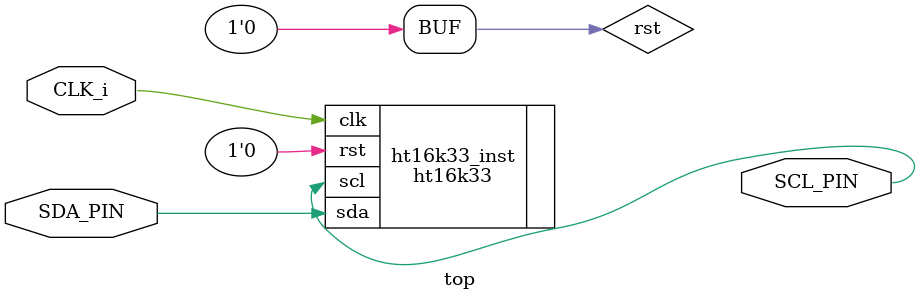
<source format=v>
module top(
    input wire CLK_i,
	output wire SCL_PIN,
	inout wire SDA_PIN
   
    );

wire rst = 1'b0;

ht16k33 ht16k33_inst (
    .clk(CLK_i),
    .rst(rst),
    .scl(SCL_PIN),
    .sda(SDA_PIN)
);
endmodule
</source>
